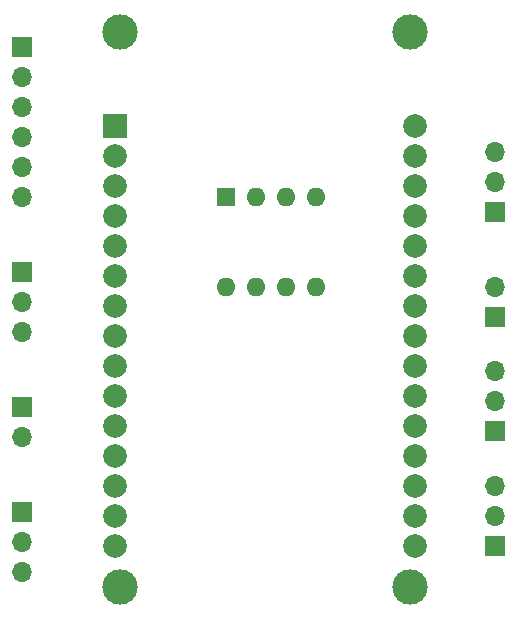
<source format=gbr>
%TF.GenerationSoftware,KiCad,Pcbnew,7.0.5-0*%
%TF.CreationDate,2023-07-19T18:28:51-07:00*%
%TF.ProjectId,tasty-totem-board,74617374-792d-4746-9f74-656d2d626f61,0.1*%
%TF.SameCoordinates,Original*%
%TF.FileFunction,Soldermask,Bot*%
%TF.FilePolarity,Negative*%
%FSLAX46Y46*%
G04 Gerber Fmt 4.6, Leading zero omitted, Abs format (unit mm)*
G04 Created by KiCad (PCBNEW 7.0.5-0) date 2023-07-19 18:28:51*
%MOMM*%
%LPD*%
G01*
G04 APERTURE LIST*
%ADD10R,1.700000X1.700000*%
%ADD11O,1.700000X1.700000*%
%ADD12O,1.600000X1.600000*%
%ADD13R,1.600000X1.600000*%
%ADD14C,3.000000*%
%ADD15C,2.000000*%
%ADD16R,2.000000X2.000000*%
G04 APERTURE END LIST*
D10*
%TO.C,J8*%
X184150000Y-76200000D03*
D11*
X184150000Y-73660000D03*
X184150000Y-71120000D03*
%TD*%
D10*
%TO.C,J7*%
X184150000Y-94740000D03*
D11*
X184150000Y-92200000D03*
X184150000Y-89660000D03*
%TD*%
D10*
%TO.C,J6*%
X184150000Y-104440000D03*
D11*
X184150000Y-101900000D03*
X184150000Y-99360000D03*
%TD*%
D10*
%TO.C,J5*%
X184150000Y-85090000D03*
D11*
X184150000Y-82550000D03*
%TD*%
D12*
%TO.C,U2*%
X161300000Y-82560000D03*
X163840000Y-82560000D03*
X166380000Y-82560000D03*
X168920000Y-82560000D03*
X168920000Y-74940000D03*
X166380000Y-74940000D03*
X163840000Y-74940000D03*
D13*
X161300000Y-74940000D03*
%TD*%
D10*
%TO.C,J4*%
X144100000Y-81295000D03*
D11*
X144100000Y-83835000D03*
X144100000Y-86375000D03*
%TD*%
%TO.C,J3*%
X144100000Y-95220000D03*
D10*
X144100000Y-92680000D03*
%TD*%
%TO.C,J2*%
X144100000Y-101615000D03*
D11*
X144100000Y-104155000D03*
X144100000Y-106695000D03*
%TD*%
D10*
%TO.C,J1*%
X144100000Y-62255000D03*
D11*
X144100000Y-64795000D03*
X144100000Y-67335000D03*
X144100000Y-69875000D03*
X144100000Y-72415000D03*
X144100000Y-74955000D03*
%TD*%
D14*
%TO.C,U1*%
X152400000Y-60960000D03*
X176910000Y-60960000D03*
X176910000Y-107910000D03*
X152400000Y-107910000D03*
D15*
X177380000Y-104480000D03*
X177380000Y-101940000D03*
X177380000Y-99400000D03*
X177380000Y-96860000D03*
X177380000Y-94320000D03*
X177380000Y-91780000D03*
X177380000Y-89240000D03*
X177380000Y-86700000D03*
X177380000Y-84160000D03*
X177380000Y-81620000D03*
X177380000Y-79080000D03*
X177380000Y-76540000D03*
X177380000Y-74000000D03*
X177380000Y-71460000D03*
X177380000Y-68920000D03*
X151980000Y-104480000D03*
X151980000Y-101940000D03*
X151980000Y-99400000D03*
X151980000Y-96860000D03*
X151980000Y-94320000D03*
X151980000Y-91780000D03*
X151980000Y-89240000D03*
X151980000Y-86700000D03*
X151980000Y-84160000D03*
X151980000Y-81620000D03*
X151980000Y-79080000D03*
X151980000Y-76540000D03*
X151980000Y-74000000D03*
X151980000Y-71460000D03*
D16*
X151980000Y-68920000D03*
%TD*%
M02*

</source>
